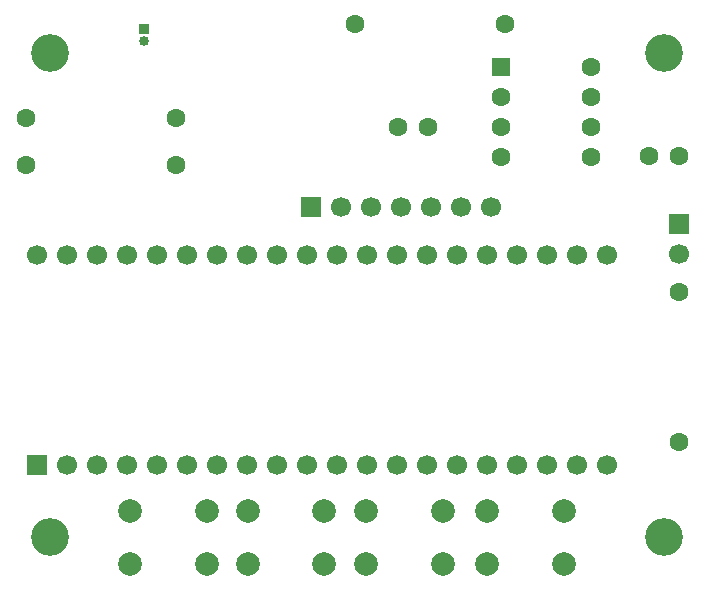
<source format=gbr>
%TF.GenerationSoftware,KiCad,Pcbnew,9.0.3*%
%TF.CreationDate,2025-07-26T00:16:15-07:00*%
%TF.ProjectId,ECE_299_ALARM,4543455f-3239-4395-9f41-4c41524d2e6b,1.0*%
%TF.SameCoordinates,Original*%
%TF.FileFunction,Soldermask,Bot*%
%TF.FilePolarity,Negative*%
%FSLAX46Y46*%
G04 Gerber Fmt 4.6, Leading zero omitted, Abs format (unit mm)*
G04 Created by KiCad (PCBNEW 9.0.3) date 2025-07-26 00:16:15*
%MOMM*%
%LPD*%
G01*
G04 APERTURE LIST*
G04 Aperture macros list*
%AMRoundRect*
0 Rectangle with rounded corners*
0 $1 Rounding radius*
0 $2 $3 $4 $5 $6 $7 $8 $9 X,Y pos of 4 corners*
0 Add a 4 corners polygon primitive as box body*
4,1,4,$2,$3,$4,$5,$6,$7,$8,$9,$2,$3,0*
0 Add four circle primitives for the rounded corners*
1,1,$1+$1,$2,$3*
1,1,$1+$1,$4,$5*
1,1,$1+$1,$6,$7*
1,1,$1+$1,$8,$9*
0 Add four rect primitives between the rounded corners*
20,1,$1+$1,$2,$3,$4,$5,0*
20,1,$1+$1,$4,$5,$6,$7,0*
20,1,$1+$1,$6,$7,$8,$9,0*
20,1,$1+$1,$8,$9,$2,$3,0*%
G04 Aperture macros list end*
%ADD10C,1.600000*%
%ADD11C,3.200000*%
%ADD12R,1.700000X1.700000*%
%ADD13C,1.700000*%
%ADD14C,2.000000*%
%ADD15R,0.850000X0.850000*%
%ADD16C,0.850000*%
%ADD17RoundRect,0.250000X-0.550000X-0.550000X0.550000X-0.550000X0.550000X0.550000X-0.550000X0.550000X0*%
G04 APERTURE END LIST*
D10*
%TO.C,R2*%
X143250000Y-106950000D03*
X143250000Y-94250000D03*
%TD*%
D11*
%TO.C,REF\u002A\u002A*%
X90000000Y-115000000D03*
%TD*%
D10*
%TO.C,R3*%
X88000000Y-83500000D03*
X100700000Y-83500000D03*
%TD*%
D12*
%TO.C,LS1*%
X143250000Y-88475000D03*
D13*
X143250000Y-91015000D03*
%TD*%
D14*
%TO.C,SW2*%
X106750000Y-112750000D03*
X113250000Y-112750000D03*
X106750000Y-117250000D03*
X113250000Y-117250000D03*
%TD*%
D10*
%TO.C,C1*%
X119500000Y-80250000D03*
X122000000Y-80250000D03*
%TD*%
D11*
%TO.C,REF\u002A\u002A*%
X142000000Y-115000000D03*
%TD*%
D15*
%TO.C,AE1*%
X98000000Y-72000000D03*
D16*
X98000000Y-73000000D03*
%TD*%
D17*
%TO.C,U3*%
X128195000Y-75190000D03*
D10*
X128195000Y-77730000D03*
X128195000Y-80270000D03*
X128195000Y-82810000D03*
X135815000Y-82810000D03*
X135815000Y-80270000D03*
X135815000Y-77730000D03*
X135815000Y-75190000D03*
%TD*%
%TO.C,R1*%
X128500000Y-71500000D03*
X115800000Y-71500000D03*
%TD*%
D11*
%TO.C,REF\u002A\u002A*%
X142000000Y-74000000D03*
%TD*%
%TO.C,REF\u002A\u002A*%
X90000000Y-74000000D03*
%TD*%
D14*
%TO.C,SW3*%
X116750000Y-112750000D03*
X123250000Y-112750000D03*
X116750000Y-117250000D03*
X123250000Y-117250000D03*
%TD*%
%TO.C,SW1*%
X96807950Y-112772844D03*
X103307950Y-112772844D03*
X96807950Y-117272844D03*
X103307950Y-117272844D03*
%TD*%
D10*
%TO.C,C2*%
X140750000Y-82750000D03*
X143250000Y-82750000D03*
%TD*%
D12*
%TO.C,U2*%
X88870000Y-108890000D03*
D13*
X91410000Y-108890000D03*
X93950000Y-108890000D03*
X96490000Y-108890000D03*
X99030000Y-108890000D03*
X101570000Y-108890000D03*
X104110000Y-108890000D03*
X106650000Y-108890000D03*
X109190000Y-108890000D03*
X111730000Y-108890000D03*
X114270000Y-108890000D03*
X116810000Y-108890000D03*
X119350000Y-108890000D03*
X121890000Y-108890000D03*
X124430000Y-108890000D03*
X126970000Y-108890000D03*
X129510000Y-108890000D03*
X132050000Y-108890000D03*
X134590000Y-108890000D03*
X137130000Y-108890000D03*
X137130000Y-91110000D03*
X134590000Y-91110000D03*
X132050000Y-91110000D03*
X129510000Y-91110000D03*
X126970000Y-91110000D03*
X124430000Y-91110000D03*
X121890000Y-91110000D03*
X119350000Y-91110000D03*
X116810000Y-91110000D03*
X114270000Y-91110000D03*
X111730000Y-91110000D03*
X109190000Y-91110000D03*
X106650000Y-91110000D03*
X104110000Y-91110000D03*
X101570000Y-91110000D03*
X99030000Y-91110000D03*
X96490000Y-91110000D03*
X93950000Y-91110000D03*
X91410000Y-91110000D03*
X88870000Y-91110000D03*
%TD*%
D10*
%TO.C,R4*%
X88000000Y-79500000D03*
X100700000Y-79500000D03*
%TD*%
D12*
%TO.C,DISP1*%
X112120000Y-87050000D03*
D13*
X114660000Y-87050000D03*
X117200000Y-87050000D03*
X119740000Y-87050000D03*
X122280000Y-87050000D03*
X124820000Y-87050000D03*
X127360000Y-87050000D03*
%TD*%
D14*
%TO.C,SW4*%
X127000000Y-112750000D03*
X133500000Y-112750000D03*
X127000000Y-117250000D03*
X133500000Y-117250000D03*
%TD*%
M02*

</source>
